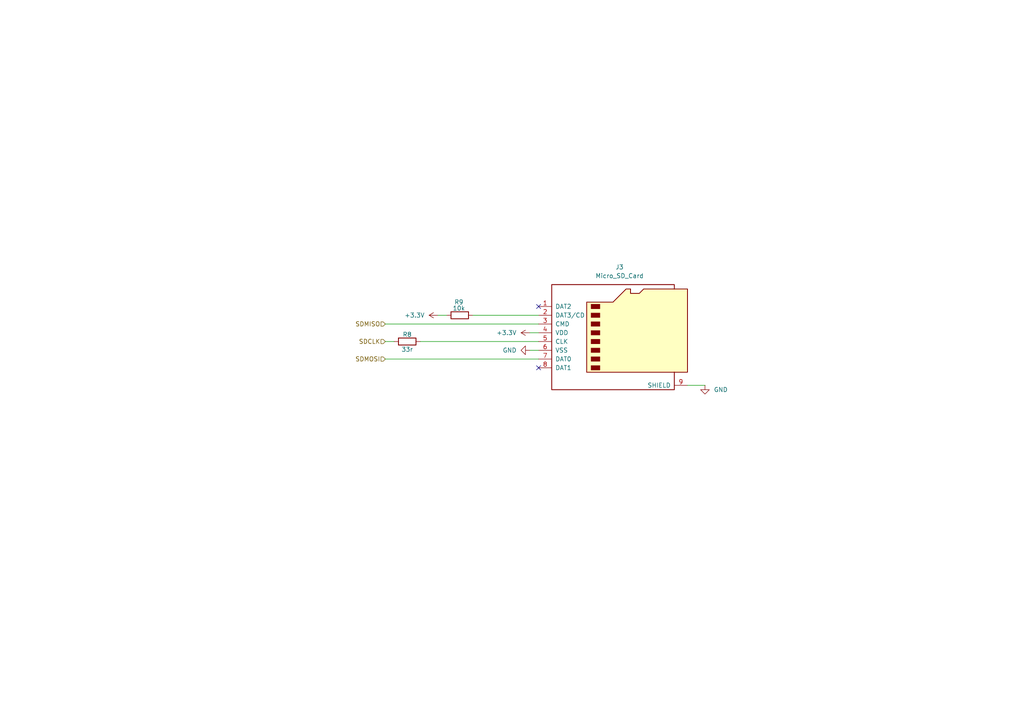
<source format=kicad_sch>
(kicad_sch (version 20250114) (generator "eeschema") (generator_version "9.0")
  (paper "A4")
  (lib_symbols
    (symbol "Connector:Micro_SD_Card" (pin_names (offset 1.016))
      (property "Reference" "J" (at -16.51 15.24 0))
      (property "Value" "Micro_SD_Card" (at 16.51 15.24 0))
      (symbol "Micro_SD_Card_0_1"
        (polyline (pts (xy -8.89 -11.43) (xy -8.89 8.89) (xy -1.27 8.89) (xy 2.54 12.7) (xy 3.81 12.7) (xy 3.81 11.43) (xy 6.35 11.43) (xy 7.62 12.7) (xy 20.32 12.7) (xy 20.32 -11.43) (xy -8.89 -11.43)) (stroke (width 0.254)) (fill (type background)))
        (rectangle (start -7.62 8.255) (end -5.08 6.985) (fill (type outline)))
        (rectangle (start -7.62 5.715) (end -5.08 4.445) (fill (type outline)))
        (rectangle (start -7.62 3.175) (end -5.08 1.905) (fill (type outline)))
        (rectangle (start -7.62 0.635) (end -5.08 -0.635) (fill (type outline)))
        (rectangle (start -7.62 -1.905) (end -5.08 -3.175) (fill (type outline)))
        (rectangle (start -7.62 -4.445) (end -5.08 -5.715) (fill (type outline)))
        (rectangle (start -7.62 -6.985) (end -5.08 -8.255) (fill (type outline)))
        (rectangle (start -7.62 -9.525) (end -5.08 -10.795) (fill (type outline)))
        (polyline (pts (xy 16.51 12.7) (xy 16.51 13.97) (xy -19.05 13.97) (xy -19.05 -16.51) (xy 16.51 -16.51) (xy 16.51 -11.43)) (stroke (width 0.254)))
      )
      (symbol "Micro_SD_Card_1_1"
        (pin bidirectional line (at -22.86 7.62 0) (length 3.81) (name "DAT2") (number "1"))
        (pin bidirectional line (at -22.86 5.08 0) (length 3.81) (name "DAT3/CD") (number "2"))
        (pin input line (at -22.86 2.54 0) (length 3.81) (name "CMD") (number "3"))
        (pin power_in line (at -22.86 0 0) (length 3.81) (name "VDD") (number "4"))
        (pin input line (at -22.86 -2.54 0) (length 3.81) (name "CLK") (number "5"))
        (pin power_in line (at -22.86 -5.08 0) (length 3.81) (name "VSS") (number "6"))
        (pin bidirectional line (at -22.86 -7.62 0) (length 3.81) (name "DAT0") (number "7"))
        (pin bidirectional line (at -22.86 -10.16 0) (length 3.81) (name "DAT1") (number "8"))
        (pin passive line (at 20.32 -15.24 180) (length 3.81) (name "SHIELD") (number "9"))
      )
    )
    (symbol "Device:R" (pin_numbers (hide yes)) (pin_names (offset 0))
      (property "Reference" "R" (at 2.032 0 90))
      (property "Value" "R" (at 0 0 90))
      (symbol "R_0_1"
        (rectangle (start -1.016 -2.54) (end 1.016 2.54) (stroke (width 0.254)))
      )
      (symbol "R_1_1"
        (pin passive line (at 0 3.81 270) (length 1.27) (name "~") (number "1"))
        (pin passive line (at 0 -3.81 90) (length 1.27) (name "~") (number "2"))
      )
    )
    (symbol "power:+3.3V" (power) (pin_numbers (hide yes)) (pin_names (offset 0) (hide yes))
      (property "Value" "+3.3V" (at 0 3.556 0))
      (symbol "+3.3V_0_1"
        (polyline (pts (xy -0.762 1.27) (xy 0 2.54)))
        (polyline (pts (xy 0 2.54) (xy 0.762 1.27)))
        (polyline (pts (xy 0 0) (xy 0 2.54)))
      )
      (symbol "+3.3V_1_1"
        (pin power_in line (at 0 0 90) (length 0) (name "~") (number "1"))
      )
    )
    (symbol "power:GND" (power) (pin_numbers (hide yes)) (pin_names (offset 0) (hide yes))
      (property "Value" "GND" (at 0 -3.81 0))
      (symbol "GND_0_1"
        (polyline (pts (xy 0 0) (xy 0 -1.27) (xy 1.27 -1.27) (xy 0 -2.54) (xy -1.27 -1.27) (xy 0 -1.27)))
      )
      (symbol "GND_1_1"
        (pin power_in line (at 0 0 270) (length 0) (name "~") (number "1"))
      )
    )
  )
  (no_connect (at 156.21 88.9))
  (no_connect (at 156.21 106.68))
  (wire (pts (xy 204.47 111.76) (xy 199.39 111.76)))
  (wire (pts (xy 111.76 93.98) (xy 156.21 93.98)))
  (wire (pts (xy 153.67 96.52) (xy 156.21 96.52)))
  (wire (pts (xy 127 91.44) (xy 129.54 91.44)))
  (wire (pts (xy 111.76 104.14) (xy 156.21 104.14)))
  (wire (pts (xy 121.92 99.06) (xy 156.21 99.06)))
  (wire (pts (xy 153.67 101.6) (xy 156.21 101.6)))
  (wire (pts (xy 137.16 91.44) (xy 156.21 91.44)))
  (wire (pts (xy 111.76 99.06) (xy 114.3 99.06)))
  (hierarchical_label "SDCLK" (shape input) (at 111.76 99.06 180))
  (hierarchical_label "SDMOSI" (shape input) (at 111.76 104.14 180))
  (hierarchical_label "SDMISO" (shape input) (at 111.76 93.98 180))
  (symbol (lib_id "power:+3.3V") (at 153.67 96.52 90) (unit 1)
    (property "Reference" "#PWR064" (effects (hide yes)))
    (property "Value" "+3.3V" (at 149.86 96.5199 90) (effects (justify left)))
    (property "Description" "Power symbol creates a global label with name \"+3.3V\"" (effects (hide yes)))
  )
  (symbol (lib_id "power:GND") (at 204.47 111.76 0) (unit 1)
    (property "Reference" "#PWR066" (effects (hide yes)))
    (property "Value" "GND" (at 207.01 113.0299 0) (effects (justify left)))
    (property "Description" "Power symbol creates a global label with name \"GND\" , ground" (effects (hide yes)))
  )
  (symbol (lib_id "Device:R") (at 133.35 91.44 90) (unit 1)
    (property "Reference" "R9" (at 133.096 87.63 90))
    (property "Value" "10k" (at 133.096 89.408 90))
    (property "Footprint" "Resistor_SMD:R_0805_2012Metric_Pad1.20x1.40mm_HandSolder" (effects (hide yes)))
    (property "Description" "Resistor" (effects (hide yes)))
    (property "LCSC Part" "C84376" (effects (hide yes)))
    (property "LCSC" "C84376" (effects (hide yes)))
  )
  (symbol (lib_id "Device:R") (at 118.11 99.06 90) (unit 1)
    (property "Reference" "R8" (at 118.11 97.028 90))
    (property "Value" "33r" (at 118.11 101.346 90))
    (property "Footprint" "Resistor_SMD:R_0805_2012Metric_Pad1.20x1.40mm_HandSolder" (effects (hide yes)))
    (property "Description" "Resistor" (effects (hide yes)))
    (property "LCSC Part" "C17557" (effects (hide yes)))
    (property "LCSC" "C126353" (effects (hide yes)))
  )
  (symbol (lib_id "power:GND") (at 153.67 101.6 270) (unit 1)
    (property "Reference" "#PWR065" (effects (hide yes)))
    (property "Value" "GND" (at 149.86 101.5999 90) (effects (justify right)))
    (property "Description" "Power symbol creates a global label with name \"GND\" , ground" (effects (hide yes)))
  )
  (symbol (lib_id "Connector:Micro_SD_Card") (at 179.07 96.52 0) (unit 1)
    (property "Reference" "J3" (at 179.705 77.47 0))
    (property "Value" "Micro_SD_Card" (at 179.705 80.01 0))
    (property "Footprint" "Connector_Card:microSD_HC_Molex_104031-0811" (effects (hide yes)))
    (property "Datasheet" "https://www.we-online.com/components/products/datasheet/693072010801.pdf" (effects (hide yes)))
    (property "Description" "Micro SD Card Socket" (effects (hide yes)))
    (property "LCSC Part" "C164170" (effects (hide yes)))
    (property "LCSC" "C164170" (effects (hide yes)))
  )
  (symbol (lib_id "power:+3.3V") (at 127 91.44 90) (unit 1)
    (property "Reference" "#PWR063" (effects (hide yes)))
    (property "Value" "+3.3V" (at 123.19 91.4399 90) (effects (justify left)))
    (property "Description" "Power symbol creates a global label with name \"+3.3V\"" (effects (hide yes)))
  )
)
</source>
